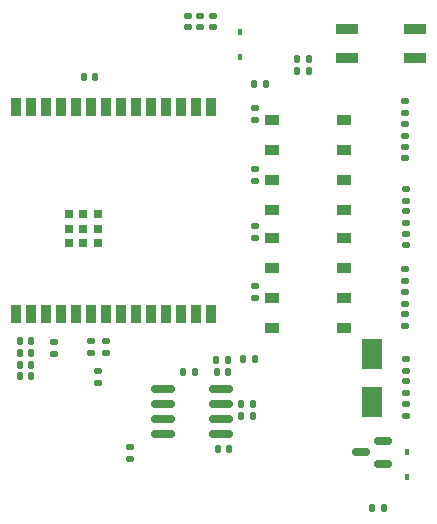
<source format=gtp>
G04 #@! TF.GenerationSoftware,KiCad,Pcbnew,(6.0.10)*
G04 #@! TF.CreationDate,2023-07-07T16:54:03+02:00*
G04 #@! TF.ProjectId,SprinklerBoardESP32V3,53707269-6e6b-46c6-9572-426f61726445,rev?*
G04 #@! TF.SameCoordinates,Original*
G04 #@! TF.FileFunction,Paste,Top*
G04 #@! TF.FilePolarity,Positive*
%FSLAX46Y46*%
G04 Gerber Fmt 4.6, Leading zero omitted, Abs format (unit mm)*
G04 Created by KiCad (PCBNEW (6.0.10)) date 2023-07-07 16:54:03*
%MOMM*%
%LPD*%
G01*
G04 APERTURE LIST*
G04 Aperture macros list*
%AMRoundRect*
0 Rectangle with rounded corners*
0 $1 Rounding radius*
0 $2 $3 $4 $5 $6 $7 $8 $9 X,Y pos of 4 corners*
0 Add a 4 corners polygon primitive as box body*
4,1,4,$2,$3,$4,$5,$6,$7,$8,$9,$2,$3,0*
0 Add four circle primitives for the rounded corners*
1,1,$1+$1,$2,$3*
1,1,$1+$1,$4,$5*
1,1,$1+$1,$6,$7*
1,1,$1+$1,$8,$9*
0 Add four rect primitives between the rounded corners*
20,1,$1+$1,$2,$3,$4,$5,0*
20,1,$1+$1,$4,$5,$6,$7,0*
20,1,$1+$1,$6,$7,$8,$9,0*
20,1,$1+$1,$8,$9,$2,$3,0*%
G04 Aperture macros list end*
%ADD10RoundRect,0.135000X-0.185000X0.135000X-0.185000X-0.135000X0.185000X-0.135000X0.185000X0.135000X0*%
%ADD11RoundRect,0.140000X-0.170000X0.140000X-0.170000X-0.140000X0.170000X-0.140000X0.170000X0.140000X0*%
%ADD12RoundRect,0.140000X-0.140000X-0.170000X0.140000X-0.170000X0.140000X0.170000X-0.140000X0.170000X0*%
%ADD13RoundRect,0.140000X0.140000X0.170000X-0.140000X0.170000X-0.140000X-0.170000X0.140000X-0.170000X0*%
%ADD14RoundRect,0.091000X-0.864000X-0.364000X0.864000X-0.364000X0.864000X0.364000X-0.864000X0.364000X0*%
%ADD15R,0.450000X0.600000*%
%ADD16RoundRect,0.135000X-0.135000X-0.185000X0.135000X-0.185000X0.135000X0.185000X-0.135000X0.185000X0*%
%ADD17RoundRect,0.147500X0.172500X-0.147500X0.172500X0.147500X-0.172500X0.147500X-0.172500X-0.147500X0*%
%ADD18RoundRect,0.147500X-0.147500X-0.172500X0.147500X-0.172500X0.147500X0.172500X-0.147500X0.172500X0*%
%ADD19RoundRect,0.135000X0.185000X-0.135000X0.185000X0.135000X-0.185000X0.135000X-0.185000X-0.135000X0*%
%ADD20R,0.900000X1.500000*%
%ADD21R,0.800000X0.800000*%
%ADD22RoundRect,0.135000X0.135000X0.185000X-0.135000X0.185000X-0.135000X-0.185000X0.135000X-0.185000X0*%
%ADD23RoundRect,0.140000X0.170000X-0.140000X0.170000X0.140000X-0.170000X0.140000X-0.170000X-0.140000X0*%
%ADD24R,1.800000X2.500000*%
%ADD25R,1.193800X0.812800*%
%ADD26RoundRect,0.150000X0.587500X0.150000X-0.587500X0.150000X-0.587500X-0.150000X0.587500X-0.150000X0*%
%ADD27RoundRect,0.150000X-0.825000X-0.150000X0.825000X-0.150000X0.825000X0.150000X-0.825000X0.150000X0*%
G04 APERTURE END LIST*
D10*
X104650000Y-116330000D03*
X104650000Y-117350000D03*
D11*
X86150000Y-85370000D03*
X86150000Y-86330000D03*
D12*
X71920000Y-112950000D03*
X72880000Y-112950000D03*
D13*
X91830000Y-114450000D03*
X90870000Y-114450000D03*
D11*
X78513400Y-115501800D03*
X78513400Y-116461800D03*
D14*
X99632500Y-86525000D03*
X99632500Y-88975000D03*
X105432500Y-88975000D03*
X105432500Y-86525000D03*
D12*
X71920000Y-114916666D03*
X72880000Y-114916666D03*
D15*
X90550000Y-88900000D03*
X90550000Y-86800000D03*
D16*
X91730000Y-91150000D03*
X92750000Y-91150000D03*
D10*
X104650000Y-101925000D03*
X104650000Y-102945000D03*
D16*
X90693000Y-118293200D03*
X91713000Y-118293200D03*
D10*
X78000000Y-112940000D03*
X78000000Y-113960000D03*
X79200000Y-112940000D03*
X79200000Y-113960000D03*
D17*
X104650000Y-104820000D03*
X104650000Y-103850000D03*
X104550000Y-111635000D03*
X104550000Y-110665000D03*
D11*
X88300000Y-85370000D03*
X88300000Y-86330000D03*
D10*
X104650000Y-100025000D03*
X104650000Y-101045000D03*
D12*
X88614800Y-115575400D03*
X89574800Y-115575400D03*
D15*
X104750000Y-122300000D03*
X104750000Y-124400000D03*
D18*
X95439700Y-89037200D03*
X96409700Y-89037200D03*
D12*
X71920000Y-115900000D03*
X72880000Y-115900000D03*
X88570000Y-114550000D03*
X89530000Y-114550000D03*
D17*
X104650000Y-119235000D03*
X104650000Y-118265000D03*
D12*
X77370000Y-90550000D03*
X78330000Y-90550000D03*
D19*
X91864400Y-104214000D03*
X91864400Y-103194000D03*
D20*
X71590000Y-110650000D03*
X72860000Y-110650000D03*
X74130000Y-110650000D03*
X75400000Y-110650000D03*
X76670000Y-110650000D03*
X77940000Y-110650000D03*
X79210000Y-110650000D03*
X80480000Y-110650000D03*
X81750000Y-110650000D03*
X83020000Y-110650000D03*
X84290000Y-110650000D03*
X85560000Y-110650000D03*
X86830000Y-110650000D03*
X88100000Y-110650000D03*
X88100000Y-93150000D03*
X86830000Y-93150000D03*
X85560000Y-93150000D03*
X84290000Y-93150000D03*
X83020000Y-93150000D03*
X81750000Y-93150000D03*
X80480000Y-93150000D03*
X79210000Y-93150000D03*
X77940000Y-93150000D03*
X76670000Y-93150000D03*
X75400000Y-93150000D03*
X74130000Y-93150000D03*
X72860000Y-93150000D03*
X71590000Y-93150000D03*
D21*
X77310000Y-103405000D03*
X76060000Y-103405000D03*
X76060000Y-104655000D03*
X77310000Y-104655000D03*
X78560000Y-104655000D03*
X78560000Y-103405000D03*
X78560000Y-102155000D03*
X77310000Y-102155000D03*
X76060000Y-102155000D03*
D22*
X86760000Y-115550000D03*
X85740000Y-115550000D03*
D10*
X104550000Y-106840000D03*
X104550000Y-107860000D03*
D23*
X81250000Y-122880000D03*
X81250000Y-121920000D03*
D19*
X91864400Y-99354000D03*
X91864400Y-98334000D03*
D24*
X101750000Y-118050000D03*
X101750000Y-114050000D03*
D19*
X91864400Y-109304000D03*
X91864400Y-108284000D03*
D13*
X72880000Y-113933333D03*
X71920000Y-113933333D03*
D10*
X74860000Y-113030000D03*
X74860000Y-114050000D03*
D25*
X93250000Y-104186800D03*
X93250000Y-106726800D03*
X93250000Y-109266800D03*
X93250000Y-111806800D03*
X99400000Y-111806800D03*
X99400000Y-109266800D03*
X99400000Y-106726800D03*
X99400000Y-104186800D03*
D26*
X102687500Y-123300000D03*
X102687500Y-121400000D03*
X100812500Y-122350000D03*
D10*
X104550000Y-94540000D03*
X104550000Y-95560000D03*
D25*
X93250000Y-94230000D03*
X93250000Y-96770000D03*
X93250000Y-99310000D03*
X93250000Y-101850000D03*
X99400000Y-101850000D03*
X99400000Y-99310000D03*
X99400000Y-96770000D03*
X99400000Y-94230000D03*
D10*
X104650000Y-114430000D03*
X104650000Y-115450000D03*
X104550000Y-92640000D03*
X104550000Y-93660000D03*
D12*
X88691000Y-122027000D03*
X89651000Y-122027000D03*
D19*
X91839400Y-94254000D03*
X91839400Y-93234000D03*
D16*
X90693000Y-119283800D03*
X91713000Y-119283800D03*
D17*
X104550000Y-97435000D03*
X104550000Y-96465000D03*
D10*
X104550000Y-108740000D03*
X104550000Y-109760000D03*
D27*
X84029000Y-116947000D03*
X84029000Y-118217000D03*
X84029000Y-119487000D03*
X84029000Y-120757000D03*
X88979000Y-120757000D03*
X88979000Y-119487000D03*
X88979000Y-118217000D03*
X88979000Y-116947000D03*
D11*
X87200000Y-85370000D03*
X87200000Y-86330000D03*
D22*
X96431300Y-90027800D03*
X95411300Y-90027800D03*
D12*
X101770000Y-127050000D03*
X102730000Y-127050000D03*
M02*

</source>
